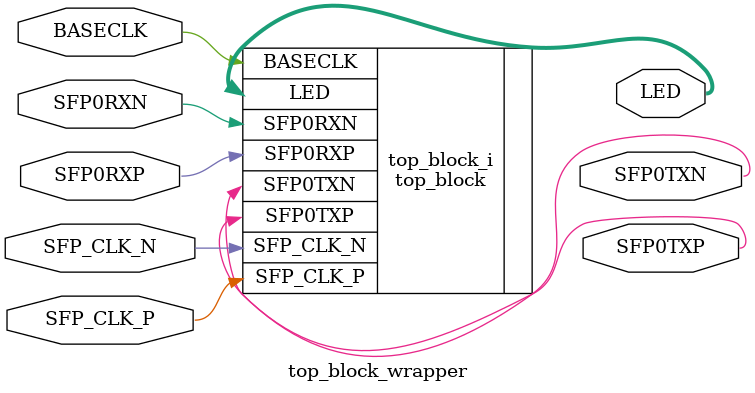
<source format=v>
`timescale 1 ps / 1 ps

module top_block_wrapper
   (BASECLK,
    LED,
    SFP0RXN,
    SFP0RXP,
    SFP0TXN,
    SFP0TXP,
    SFP_CLK_N,
    SFP_CLK_P);
  input BASECLK;
  output [3:0]LED;
  input SFP0RXN;
  input SFP0RXP;
  output SFP0TXN;
  output SFP0TXP;
  input SFP_CLK_N;
  input SFP_CLK_P;

  wire BASECLK;
  wire [3:0]LED;
  wire SFP0RXN;
  wire SFP0RXP;
  wire SFP0TXN;
  wire SFP0TXP;
  wire SFP_CLK_N;
  wire SFP_CLK_P;

  top_block top_block_i
       (.BASECLK(BASECLK),
        .LED(LED),
        .SFP0RXN(SFP0RXN),
        .SFP0RXP(SFP0RXP),
        .SFP0TXN(SFP0TXN),
        .SFP0TXP(SFP0TXP),
        .SFP_CLK_N(SFP_CLK_N),
        .SFP_CLK_P(SFP_CLK_P));
endmodule

</source>
